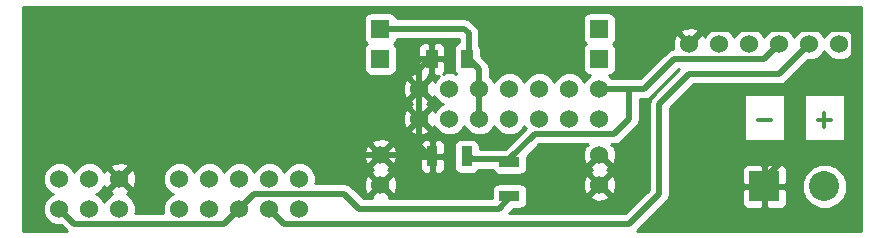
<source format=gtl>
G04 #@! TF.FileFunction,Copper,L1,Top,Signal*
%FSLAX46Y46*%
G04 Gerber Fmt 4.6, Leading zero omitted, Abs format (unit mm)*
G04 Created by KiCad (PCBNEW no-vcs-found-product) date Wed 28 Oct 2015 12:10:27 PM EDT*
%MOMM*%
G01*
G04 APERTURE LIST*
%ADD10C,0.150000*%
%ADD11C,0.300000*%
%ADD12C,1.524000*%
%ADD13R,1.000000X1.600000*%
%ADD14R,2.540000X2.540000*%
%ADD15C,2.540000*%
%ADD16R,1.700000X0.900000*%
%ADD17R,0.900000X1.700000*%
%ADD18R,1.524000X1.524000*%
%ADD19C,0.500000*%
%ADD20C,0.254000*%
G04 APERTURE END LIST*
D10*
D11*
X33718572Y-107143D02*
X34861429Y-107143D01*
X34290000Y-678571D02*
X34290000Y464286D01*
X28638572Y-107143D02*
X29781429Y-107143D01*
D12*
X33020000Y6350000D03*
X30480000Y6350000D03*
X5080000Y2540000D03*
X0Y2540000D03*
X0Y0D03*
X2540000Y0D03*
X2540000Y2540000D03*
X5080000Y0D03*
X12700000Y2540000D03*
X12700000Y0D03*
X15240000Y0D03*
X15240000Y2540000D03*
X7620000Y2540000D03*
X10160000Y2540000D03*
X7620000Y0D03*
X10160000Y0D03*
X22860000Y6350000D03*
X25400000Y6350000D03*
X27940000Y6350000D03*
X35560000Y6350000D03*
D13*
X1040000Y5080000D03*
X4040000Y5080000D03*
D12*
X-15240000Y-7620000D03*
X-12700000Y-7620000D03*
X-17780000Y-7620000D03*
X-17780000Y-5080000D03*
X-15240000Y-5080000D03*
X-12700000Y-5080000D03*
X-10160000Y-5080000D03*
X-10160000Y-7620000D03*
X-20320000Y-7620000D03*
X-20320000Y-5080000D03*
X-25400000Y-7620000D03*
X-25400000Y-5080000D03*
X-27940000Y-5080000D03*
X-27940000Y-7620000D03*
X-30480000Y-7620000D03*
X-30480000Y-5080000D03*
D14*
X29210000Y-5715000D03*
D15*
X34290000Y-5715000D03*
D16*
X7620000Y-6530000D03*
X7620000Y-3630000D03*
D17*
X3990000Y-3175000D03*
X1090000Y-3175000D03*
D18*
X-3302000Y7620000D03*
X-3302000Y5080000D03*
X15240000Y7620000D03*
X15240000Y5080000D03*
D12*
X-3302000Y-5588000D03*
X-3302000Y-3048000D03*
X15240000Y-5588000D03*
X15240000Y-3048000D03*
D19*
X-25400000Y-5080000D02*
X-23368000Y-3048000D01*
X-23368000Y-3048000D02*
X-3302000Y-3048000D01*
X-3302000Y-3048000D02*
X762000Y-3048000D01*
X762000Y-3048000D02*
X889000Y-3175000D01*
X29210000Y-5080000D02*
X31750000Y-2540000D01*
X31750000Y-2540000D02*
X36830000Y-2540000D01*
X36830000Y-2540000D02*
X36830000Y7620000D01*
X36830000Y7620000D02*
X24130000Y7620000D01*
X24130000Y7620000D02*
X22860000Y6350000D01*
X0Y-2286000D02*
X889000Y-3175000D01*
X0Y0D02*
X0Y-2286000D01*
X0Y0D02*
X0Y2540000D01*
X0Y4191000D02*
X889000Y5080000D01*
X0Y2540000D02*
X0Y4191000D01*
X1270000Y5461000D02*
X889000Y5080000D01*
X6731000Y-7620000D02*
X7620000Y-6731000D01*
X-5080000Y-7620000D02*
X6731000Y-7620000D01*
X-6350000Y-6350000D02*
X-5080000Y-7620000D01*
X-13970000Y-6350000D02*
X-6350000Y-6350000D01*
X-15240000Y-7620000D02*
X-13970000Y-6350000D01*
X-16510000Y-8890000D02*
X-29210000Y-8890000D01*
X-29210000Y-8890000D02*
X-30480000Y-7620000D01*
X-15240000Y-7620000D02*
X-16510000Y-8890000D01*
X7620000Y-3429000D02*
X9779000Y-1270000D01*
X17780000Y0D02*
X17780000Y2540000D01*
X16510000Y-1270000D02*
X17780000Y0D01*
X9779000Y-1270000D02*
X16510000Y-1270000D01*
X30480000Y6350000D02*
X29210000Y5080000D01*
X21590000Y5080000D02*
X19050000Y2540000D01*
X29210000Y5080000D02*
X21590000Y5080000D01*
X19050000Y2540000D02*
X17780000Y2540000D01*
X17780000Y2540000D02*
X15240000Y2540000D01*
X4445000Y-3429000D02*
X7620000Y-3429000D01*
X4191000Y-3175000D02*
X4445000Y-3429000D01*
X4191000Y7239000D02*
X4191000Y5080000D01*
X5080000Y4191000D02*
X5080000Y2540000D01*
X4191000Y5080000D02*
X5080000Y4191000D01*
X5080000Y2540000D02*
X5080000Y0D01*
X3810000Y7620000D02*
X4191000Y7239000D01*
X-3302000Y7620000D02*
X3810000Y7620000D01*
X-12700000Y-7620000D02*
X-11430000Y-8890000D01*
X-11430000Y-8890000D02*
X17780000Y-8890000D01*
X17780000Y-8890000D02*
X20320000Y-6350000D01*
X30480000Y3810000D02*
X22860000Y3810000D01*
X20320000Y1270000D02*
X20320000Y-6350000D01*
X22860000Y3810000D02*
X20320000Y1270000D01*
X30480000Y3810000D02*
X33020000Y6350000D01*
D20*
G36*
X37415000Y-9475000D02*
X18446580Y-9475000D01*
X20945787Y-6975792D01*
X20945790Y-6975790D01*
X21137633Y-6688675D01*
X21205000Y-6350000D01*
X21205000Y-6000750D01*
X27305000Y-6000750D01*
X27305000Y-7111310D01*
X27401673Y-7344699D01*
X27580302Y-7523327D01*
X27813691Y-7620000D01*
X28924250Y-7620000D01*
X29083000Y-7461250D01*
X29083000Y-5842000D01*
X29337000Y-5842000D01*
X29337000Y-7461250D01*
X29495750Y-7620000D01*
X30606309Y-7620000D01*
X30839698Y-7523327D01*
X31018327Y-7344699D01*
X31115000Y-7111310D01*
X31115000Y-6092265D01*
X32384670Y-6092265D01*
X32674078Y-6792686D01*
X33209495Y-7329039D01*
X33909410Y-7619668D01*
X34667265Y-7620330D01*
X35367686Y-7330922D01*
X35904039Y-6795505D01*
X36194668Y-6095590D01*
X36195330Y-5337735D01*
X35905922Y-4637314D01*
X35370505Y-4100961D01*
X34670590Y-3810332D01*
X33912735Y-3809670D01*
X33212314Y-4099078D01*
X32675961Y-4634495D01*
X32385332Y-5334410D01*
X32384670Y-6092265D01*
X31115000Y-6092265D01*
X31115000Y-6000750D01*
X30956250Y-5842000D01*
X29337000Y-5842000D01*
X29083000Y-5842000D01*
X27463750Y-5842000D01*
X27305000Y-6000750D01*
X21205000Y-6000750D01*
X21205000Y-4318690D01*
X27305000Y-4318690D01*
X27305000Y-5429250D01*
X27463750Y-5588000D01*
X29083000Y-5588000D01*
X29083000Y-3968750D01*
X29337000Y-3968750D01*
X29337000Y-5588000D01*
X30956250Y-5588000D01*
X31115000Y-5429250D01*
X31115000Y-4318690D01*
X31018327Y-4085301D01*
X30839698Y-3906673D01*
X30606309Y-3810000D01*
X29495750Y-3810000D01*
X29337000Y-3968750D01*
X29083000Y-3968750D01*
X28924250Y-3810000D01*
X27813691Y-3810000D01*
X27580302Y-3906673D01*
X27401673Y-4085301D01*
X27305000Y-4318690D01*
X21205000Y-4318690D01*
X21205000Y903420D01*
X22436579Y2135000D01*
X27496429Y2135000D01*
X27496429Y-1835000D01*
X30923572Y-1835000D01*
X30923572Y2135000D01*
X32576429Y2135000D01*
X32576429Y-1835000D01*
X36003572Y-1835000D01*
X36003572Y2135000D01*
X32576429Y2135000D01*
X30923572Y2135000D01*
X27496429Y2135000D01*
X22436579Y2135000D01*
X23226579Y2925000D01*
X30479995Y2925000D01*
X30480000Y2924999D01*
X30762484Y2981190D01*
X30818675Y2992367D01*
X31105790Y3184210D01*
X32874706Y4953126D01*
X33296661Y4952758D01*
X33810303Y5164990D01*
X34203629Y5557630D01*
X34289949Y5765512D01*
X34374990Y5559697D01*
X34767630Y5166371D01*
X35280900Y4953243D01*
X35836661Y4952758D01*
X36350303Y5164990D01*
X36743629Y5557630D01*
X36956757Y6070900D01*
X36957242Y6626661D01*
X36745010Y7140303D01*
X36352370Y7533629D01*
X35839100Y7746757D01*
X35283339Y7747242D01*
X34769697Y7535010D01*
X34376371Y7142370D01*
X34290051Y6934488D01*
X34205010Y7140303D01*
X33812370Y7533629D01*
X33299100Y7746757D01*
X32743339Y7747242D01*
X32229697Y7535010D01*
X31836371Y7142370D01*
X31750051Y6934488D01*
X31665010Y7140303D01*
X31272370Y7533629D01*
X30759100Y7746757D01*
X30203339Y7747242D01*
X29689697Y7535010D01*
X29296371Y7142370D01*
X29210051Y6934488D01*
X29125010Y7140303D01*
X28732370Y7533629D01*
X28219100Y7746757D01*
X27663339Y7747242D01*
X27149697Y7535010D01*
X26756371Y7142370D01*
X26670051Y6934488D01*
X26585010Y7140303D01*
X26192370Y7533629D01*
X25679100Y7746757D01*
X25123339Y7747242D01*
X24609697Y7535010D01*
X24216371Y7142370D01*
X24136605Y6950273D01*
X24082397Y7081143D01*
X23840213Y7150608D01*
X23039605Y6350000D01*
X23053748Y6335857D01*
X22874143Y6156252D01*
X22860000Y6170395D01*
X22845858Y6156252D01*
X22666253Y6335857D01*
X22680395Y6350000D01*
X21879787Y7150608D01*
X21637603Y7081143D01*
X21450856Y6557698D01*
X21478638Y6002632D01*
X21501516Y5947399D01*
X21251325Y5897633D01*
X20964210Y5705790D01*
X20964208Y5705787D01*
X18683420Y3425000D01*
X16330478Y3425000D01*
X16072167Y3683763D01*
X16237317Y3714838D01*
X16453441Y3853910D01*
X16598431Y4066110D01*
X16649440Y4318000D01*
X16649440Y5842000D01*
X16605162Y6077317D01*
X16466090Y6293441D01*
X16384230Y6349374D01*
X16453441Y6393910D01*
X16598431Y6606110D01*
X16649440Y6858000D01*
X16649440Y7330213D01*
X22059392Y7330213D01*
X22860000Y6529605D01*
X23660608Y7330213D01*
X23591143Y7572397D01*
X23067698Y7759144D01*
X22512632Y7731362D01*
X22128857Y7572397D01*
X22059392Y7330213D01*
X16649440Y7330213D01*
X16649440Y8382000D01*
X16605162Y8617317D01*
X16466090Y8833441D01*
X16253890Y8978431D01*
X16002000Y9029440D01*
X14478000Y9029440D01*
X14242683Y8985162D01*
X14026559Y8846090D01*
X13881569Y8633890D01*
X13830560Y8382000D01*
X13830560Y6858000D01*
X13874838Y6622683D01*
X14013910Y6406559D01*
X14095770Y6350626D01*
X14026559Y6306090D01*
X13881569Y6093890D01*
X13830560Y5842000D01*
X13830560Y4318000D01*
X13874838Y4082683D01*
X14013910Y3866559D01*
X14226110Y3721569D01*
X14409124Y3684508D01*
X14056371Y3332370D01*
X13970051Y3124488D01*
X13885010Y3330303D01*
X13492370Y3723629D01*
X12979100Y3936757D01*
X12423339Y3937242D01*
X11909697Y3725010D01*
X11516371Y3332370D01*
X11430051Y3124488D01*
X11345010Y3330303D01*
X10952370Y3723629D01*
X10439100Y3936757D01*
X9883339Y3937242D01*
X9369697Y3725010D01*
X8976371Y3332370D01*
X8890051Y3124488D01*
X8805010Y3330303D01*
X8412370Y3723629D01*
X7899100Y3936757D01*
X7343339Y3937242D01*
X6829697Y3725010D01*
X6436371Y3332370D01*
X6350051Y3124488D01*
X6265010Y3330303D01*
X5965000Y3630837D01*
X5965000Y4190995D01*
X5965001Y4191000D01*
X5897633Y4529674D01*
X5897633Y4529675D01*
X5705790Y4816790D01*
X5705787Y4816792D01*
X5187440Y5335140D01*
X5187440Y5880000D01*
X5143162Y6115317D01*
X5076000Y6219690D01*
X5076000Y7239000D01*
X5008633Y7577675D01*
X4816790Y7864790D01*
X4816787Y7864792D01*
X4435790Y8245790D01*
X4148675Y8437633D01*
X4092484Y8448810D01*
X3810000Y8505001D01*
X3809995Y8505000D01*
X-1915704Y8505000D01*
X-1936838Y8617317D01*
X-2075910Y8833441D01*
X-2288110Y8978431D01*
X-2540000Y9029440D01*
X-4064000Y9029440D01*
X-4299317Y8985162D01*
X-4515441Y8846090D01*
X-4660431Y8633890D01*
X-4711440Y8382000D01*
X-4711440Y6858000D01*
X-4667162Y6622683D01*
X-4528090Y6406559D01*
X-4446230Y6350626D01*
X-4515441Y6306090D01*
X-4660431Y6093890D01*
X-4711440Y5842000D01*
X-4711440Y4318000D01*
X-4667162Y4082683D01*
X-4528090Y3866559D01*
X-4315890Y3721569D01*
X-4064000Y3670560D01*
X-2540000Y3670560D01*
X-2304683Y3714838D01*
X-2088559Y3853910D01*
X-1943569Y4066110D01*
X-1892560Y4318000D01*
X-1892560Y5842000D01*
X-1923477Y6006310D01*
X-95000Y6006310D01*
X-95000Y5365750D01*
X63750Y5207000D01*
X913000Y5207000D01*
X913000Y6356250D01*
X1167000Y6356250D01*
X1167000Y5207000D01*
X2016250Y5207000D01*
X2175000Y5365750D01*
X2175000Y6006310D01*
X2078327Y6239699D01*
X1899698Y6418327D01*
X1666309Y6515000D01*
X1325750Y6515000D01*
X1167000Y6356250D01*
X913000Y6356250D01*
X754250Y6515000D01*
X413691Y6515000D01*
X180302Y6418327D01*
X1673Y6239699D01*
X-95000Y6006310D01*
X-1923477Y6006310D01*
X-1936838Y6077317D01*
X-2075910Y6293441D01*
X-2157770Y6349374D01*
X-2088559Y6393910D01*
X-1943569Y6606110D01*
X-1917468Y6735000D01*
X3306000Y6735000D01*
X3306000Y6483410D01*
X3304683Y6483162D01*
X3088559Y6344090D01*
X2943569Y6131890D01*
X2892560Y5880000D01*
X2892560Y4280000D01*
X2936838Y4044683D01*
X3074539Y3830690D01*
X2819100Y3936757D01*
X2263339Y3937242D01*
X1976923Y3818898D01*
X2078327Y3920301D01*
X2175000Y4153690D01*
X2175000Y4794250D01*
X2016250Y4953000D01*
X1167000Y4953000D01*
X1167000Y3803750D01*
X1325750Y3645000D01*
X1666309Y3645000D01*
X1671844Y3647293D01*
X1356371Y3332370D01*
X1276605Y3140273D01*
X1222397Y3271143D01*
X980213Y3340608D01*
X179605Y2540000D01*
X980213Y1739392D01*
X1222397Y1808857D01*
X1272509Y1949318D01*
X1354990Y1749697D01*
X1747630Y1356371D01*
X1955512Y1270051D01*
X1749697Y1185010D01*
X1356371Y792370D01*
X1276605Y600273D01*
X1222397Y731143D01*
X980213Y800608D01*
X179605Y0D01*
X980213Y-800608D01*
X1222397Y-731143D01*
X1272509Y-590682D01*
X1354990Y-790303D01*
X1747630Y-1183629D01*
X2260900Y-1396757D01*
X2816661Y-1397242D01*
X3330303Y-1185010D01*
X3723629Y-792370D01*
X3809949Y-584488D01*
X3894990Y-790303D01*
X4287630Y-1183629D01*
X4800900Y-1396757D01*
X5356661Y-1397242D01*
X5870303Y-1185010D01*
X6263629Y-792370D01*
X6349949Y-584488D01*
X6434990Y-790303D01*
X6827630Y-1183629D01*
X7340900Y-1396757D01*
X7896661Y-1397242D01*
X8410303Y-1185010D01*
X8803629Y-792370D01*
X8889949Y-584488D01*
X8974990Y-790303D01*
X8991040Y-806381D01*
X7264860Y-2532560D01*
X6770000Y-2532560D01*
X6709202Y-2544000D01*
X5087440Y-2544000D01*
X5087440Y-2325000D01*
X5043162Y-2089683D01*
X4904090Y-1873559D01*
X4691890Y-1728569D01*
X4440000Y-1677560D01*
X3540000Y-1677560D01*
X3304683Y-1721838D01*
X3088559Y-1860910D01*
X2943569Y-2073110D01*
X2892560Y-2325000D01*
X2892560Y-4025000D01*
X2936838Y-4260317D01*
X3075910Y-4476441D01*
X3288110Y-4621431D01*
X3540000Y-4672440D01*
X4440000Y-4672440D01*
X4675317Y-4628162D01*
X4891441Y-4489090D01*
X5011075Y-4314000D01*
X6166590Y-4314000D01*
X6166838Y-4315317D01*
X6305910Y-4531441D01*
X6518110Y-4676431D01*
X6770000Y-4727440D01*
X8470000Y-4727440D01*
X8705317Y-4683162D01*
X8921441Y-4544090D01*
X9066431Y-4331890D01*
X9117440Y-4080000D01*
X9117440Y-4028213D01*
X14439392Y-4028213D01*
X14508857Y-4270397D01*
X14632344Y-4314453D01*
X14508857Y-4365603D01*
X14439392Y-4607787D01*
X15240000Y-5408395D01*
X16040608Y-4607787D01*
X15971143Y-4365603D01*
X15847656Y-4321547D01*
X15971143Y-4270397D01*
X16040608Y-4028213D01*
X15240000Y-3227605D01*
X14439392Y-4028213D01*
X9117440Y-4028213D01*
X9117440Y-3183140D01*
X10145579Y-2155000D01*
X14167392Y-2155000D01*
X14259785Y-2247393D01*
X14017603Y-2316857D01*
X13830856Y-2840302D01*
X13858638Y-3395368D01*
X14017603Y-3779143D01*
X14259787Y-3848608D01*
X15060395Y-3048000D01*
X15046253Y-3033858D01*
X15225858Y-2854253D01*
X15240000Y-2868395D01*
X15254143Y-2854253D01*
X15433748Y-3033858D01*
X15419605Y-3048000D01*
X16220213Y-3848608D01*
X16462397Y-3779143D01*
X16649144Y-3255698D01*
X16621362Y-2700632D01*
X16462397Y-2316857D01*
X16220215Y-2247393D01*
X16312608Y-2155000D01*
X16509995Y-2155000D01*
X16510000Y-2155001D01*
X16792484Y-2098810D01*
X16848675Y-2087633D01*
X17135790Y-1895790D01*
X18405787Y-625792D01*
X18405790Y-625790D01*
X18597633Y-338675D01*
X18609483Y-279100D01*
X18665001Y0D01*
X18665000Y5D01*
X18665000Y1655000D01*
X19049995Y1655000D01*
X19050000Y1654999D01*
X19332484Y1711190D01*
X19388675Y1722367D01*
X19675790Y1914210D01*
X21956579Y4195000D01*
X21993421Y4195000D01*
X19694210Y1895790D01*
X19502367Y1608675D01*
X19502367Y1608674D01*
X19434999Y1270000D01*
X19435000Y1269995D01*
X19435000Y-5983421D01*
X17413420Y-8005000D01*
X7597580Y-8005000D01*
X7975139Y-7627440D01*
X8470000Y-7627440D01*
X8705317Y-7583162D01*
X8921441Y-7444090D01*
X9066431Y-7231890D01*
X9117440Y-6980000D01*
X9117440Y-6568213D01*
X14439392Y-6568213D01*
X14508857Y-6810397D01*
X15032302Y-6997144D01*
X15587368Y-6969362D01*
X15971143Y-6810397D01*
X16040608Y-6568213D01*
X15240000Y-5767605D01*
X14439392Y-6568213D01*
X9117440Y-6568213D01*
X9117440Y-6080000D01*
X9073162Y-5844683D01*
X8934090Y-5628559D01*
X8721890Y-5483569D01*
X8470000Y-5432560D01*
X6770000Y-5432560D01*
X6534683Y-5476838D01*
X6318559Y-5615910D01*
X6173569Y-5828110D01*
X6122560Y-6080000D01*
X6122560Y-6735000D01*
X-2549231Y-6735000D01*
X-2501392Y-6568213D01*
X-3302000Y-5767605D01*
X-4102608Y-6568213D01*
X-4054769Y-6735000D01*
X-4713421Y-6735000D01*
X-5724210Y-5724210D01*
X-5867363Y-5628559D01*
X-6011325Y-5532367D01*
X-6067516Y-5521190D01*
X-6350000Y-5464999D01*
X-6350005Y-5465000D01*
X-8807216Y-5465000D01*
X-8772047Y-5380302D01*
X-4711144Y-5380302D01*
X-4683362Y-5935368D01*
X-4524397Y-6319143D01*
X-4282213Y-6388608D01*
X-3481605Y-5588000D01*
X-3122395Y-5588000D01*
X-2321787Y-6388608D01*
X-2079603Y-6319143D01*
X-1892856Y-5795698D01*
X-1913647Y-5380302D01*
X13830856Y-5380302D01*
X13858638Y-5935368D01*
X14017603Y-6319143D01*
X14259787Y-6388608D01*
X15060395Y-5588000D01*
X15419605Y-5588000D01*
X16220213Y-6388608D01*
X16462397Y-6319143D01*
X16649144Y-5795698D01*
X16621362Y-5240632D01*
X16462397Y-4856857D01*
X16220213Y-4787392D01*
X15419605Y-5588000D01*
X15060395Y-5588000D01*
X14259787Y-4787392D01*
X14017603Y-4856857D01*
X13830856Y-5380302D01*
X-1913647Y-5380302D01*
X-1920638Y-5240632D01*
X-2079603Y-4856857D01*
X-2321787Y-4787392D01*
X-3122395Y-5588000D01*
X-3481605Y-5588000D01*
X-4282213Y-4787392D01*
X-4524397Y-4856857D01*
X-4711144Y-5380302D01*
X-8772047Y-5380302D01*
X-8763243Y-5359100D01*
X-8762758Y-4803339D01*
X-8974990Y-4289697D01*
X-9236017Y-4028213D01*
X-4102608Y-4028213D01*
X-4033143Y-4270397D01*
X-3909656Y-4314453D01*
X-4033143Y-4365603D01*
X-4102608Y-4607787D01*
X-3302000Y-5408395D01*
X-2501392Y-4607787D01*
X-2570857Y-4365603D01*
X-2694344Y-4321547D01*
X-2570857Y-4270397D01*
X-2501392Y-4028213D01*
X-3302000Y-3227605D01*
X-4102608Y-4028213D01*
X-9236017Y-4028213D01*
X-9367630Y-3896371D01*
X-9880900Y-3683243D01*
X-10436661Y-3682758D01*
X-10950303Y-3894990D01*
X-11343629Y-4287630D01*
X-11429949Y-4495512D01*
X-11514990Y-4289697D01*
X-11907630Y-3896371D01*
X-12420900Y-3683243D01*
X-12976661Y-3682758D01*
X-13490303Y-3894990D01*
X-13883629Y-4287630D01*
X-13969949Y-4495512D01*
X-14054990Y-4289697D01*
X-14447630Y-3896371D01*
X-14960900Y-3683243D01*
X-15516661Y-3682758D01*
X-16030303Y-3894990D01*
X-16423629Y-4287630D01*
X-16509949Y-4495512D01*
X-16594990Y-4289697D01*
X-16987630Y-3896371D01*
X-17500900Y-3683243D01*
X-18056661Y-3682758D01*
X-18570303Y-3894990D01*
X-18963629Y-4287630D01*
X-19049949Y-4495512D01*
X-19134990Y-4289697D01*
X-19527630Y-3896371D01*
X-20040900Y-3683243D01*
X-20596661Y-3682758D01*
X-21110303Y-3894990D01*
X-21503629Y-4287630D01*
X-21716757Y-4800900D01*
X-21717242Y-5356661D01*
X-21505010Y-5870303D01*
X-21112370Y-6263629D01*
X-20904488Y-6349949D01*
X-21110303Y-6434990D01*
X-21503629Y-6827630D01*
X-21716757Y-7340900D01*
X-21717242Y-7896661D01*
X-21672477Y-8005000D01*
X-24047216Y-8005000D01*
X-24003243Y-7899100D01*
X-24002758Y-7343339D01*
X-24214990Y-6829697D01*
X-24607630Y-6436371D01*
X-24799727Y-6356605D01*
X-24668857Y-6302397D01*
X-24599392Y-6060213D01*
X-25400000Y-5259605D01*
X-26200608Y-6060213D01*
X-26131143Y-6302397D01*
X-25990682Y-6352509D01*
X-26190303Y-6434990D01*
X-26583629Y-6827630D01*
X-26669949Y-7035512D01*
X-26754990Y-6829697D01*
X-27147630Y-6436371D01*
X-27355512Y-6350051D01*
X-27149697Y-6265010D01*
X-26756371Y-5872370D01*
X-26676605Y-5680273D01*
X-26622397Y-5811143D01*
X-26380213Y-5880608D01*
X-25579605Y-5080000D01*
X-25220395Y-5080000D01*
X-24419787Y-5880608D01*
X-24177603Y-5811143D01*
X-23990856Y-5287698D01*
X-24018638Y-4732632D01*
X-24177603Y-4348857D01*
X-24419787Y-4279392D01*
X-25220395Y-5080000D01*
X-25579605Y-5080000D01*
X-26380213Y-4279392D01*
X-26622397Y-4348857D01*
X-26672509Y-4489318D01*
X-26754990Y-4289697D01*
X-26944568Y-4099787D01*
X-26200608Y-4099787D01*
X-25400000Y-4900395D01*
X-24599392Y-4099787D01*
X-24668857Y-3857603D01*
X-25192302Y-3670856D01*
X-25747368Y-3698638D01*
X-26131143Y-3857603D01*
X-26200608Y-4099787D01*
X-26944568Y-4099787D01*
X-27147630Y-3896371D01*
X-27660900Y-3683243D01*
X-28216661Y-3682758D01*
X-28730303Y-3894990D01*
X-29123629Y-4287630D01*
X-29209949Y-4495512D01*
X-29294990Y-4289697D01*
X-29687630Y-3896371D01*
X-30200900Y-3683243D01*
X-30756661Y-3682758D01*
X-31270303Y-3894990D01*
X-31663629Y-4287630D01*
X-31876757Y-4800900D01*
X-31877242Y-5356661D01*
X-31665010Y-5870303D01*
X-31272370Y-6263629D01*
X-31064488Y-6349949D01*
X-31270303Y-6434990D01*
X-31663629Y-6827630D01*
X-31876757Y-7340900D01*
X-31877242Y-7896661D01*
X-31665010Y-8410303D01*
X-31272370Y-8803629D01*
X-30759100Y-9016757D01*
X-30334452Y-9017128D01*
X-29876579Y-9475000D01*
X-33605000Y-9475000D01*
X-33605000Y-2840302D01*
X-4711144Y-2840302D01*
X-4683362Y-3395368D01*
X-4524397Y-3779143D01*
X-4282213Y-3848608D01*
X-3481605Y-3048000D01*
X-3122395Y-3048000D01*
X-2321787Y-3848608D01*
X-2079603Y-3779143D01*
X-1966012Y-3460750D01*
X5000Y-3460750D01*
X5000Y-4151310D01*
X101673Y-4384699D01*
X280302Y-4563327D01*
X513691Y-4660000D01*
X804250Y-4660000D01*
X963000Y-4501250D01*
X963000Y-3302000D01*
X1217000Y-3302000D01*
X1217000Y-4501250D01*
X1375750Y-4660000D01*
X1666309Y-4660000D01*
X1899698Y-4563327D01*
X2078327Y-4384699D01*
X2175000Y-4151310D01*
X2175000Y-3460750D01*
X2016250Y-3302000D01*
X1217000Y-3302000D01*
X963000Y-3302000D01*
X163750Y-3302000D01*
X5000Y-3460750D01*
X-1966012Y-3460750D01*
X-1892856Y-3255698D01*
X-1920638Y-2700632D01*
X-2079603Y-2316857D01*
X-2321787Y-2247392D01*
X-3122395Y-3048000D01*
X-3481605Y-3048000D01*
X-4282213Y-2247392D01*
X-4524397Y-2316857D01*
X-4711144Y-2840302D01*
X-33605000Y-2840302D01*
X-33605000Y-2067787D01*
X-4102608Y-2067787D01*
X-3302000Y-2868395D01*
X-2632295Y-2198690D01*
X5000Y-2198690D01*
X5000Y-2889250D01*
X163750Y-3048000D01*
X963000Y-3048000D01*
X963000Y-1848750D01*
X1217000Y-1848750D01*
X1217000Y-3048000D01*
X2016250Y-3048000D01*
X2175000Y-2889250D01*
X2175000Y-2198690D01*
X2078327Y-1965301D01*
X1899698Y-1786673D01*
X1666309Y-1690000D01*
X1375750Y-1690000D01*
X1217000Y-1848750D01*
X963000Y-1848750D01*
X804250Y-1690000D01*
X513691Y-1690000D01*
X280302Y-1786673D01*
X101673Y-1965301D01*
X5000Y-2198690D01*
X-2632295Y-2198690D01*
X-2501392Y-2067787D01*
X-2570857Y-1825603D01*
X-3094302Y-1638856D01*
X-3649368Y-1666638D01*
X-4033143Y-1825603D01*
X-4102608Y-2067787D01*
X-33605000Y-2067787D01*
X-33605000Y-980213D01*
X-800608Y-980213D01*
X-731143Y-1222397D01*
X-207698Y-1409144D01*
X347368Y-1381362D01*
X731143Y-1222397D01*
X800608Y-980213D01*
X0Y-179605D01*
X-800608Y-980213D01*
X-33605000Y-980213D01*
X-33605000Y207698D01*
X-1409144Y207698D01*
X-1381362Y-347368D01*
X-1222397Y-731143D01*
X-980213Y-800608D01*
X-179605Y0D01*
X-980213Y800608D01*
X-1222397Y731143D01*
X-1409144Y207698D01*
X-33605000Y207698D01*
X-33605000Y1559787D01*
X-800608Y1559787D01*
X-731143Y1317603D01*
X-607656Y1273547D01*
X-731143Y1222397D01*
X-800608Y980213D01*
X0Y179605D01*
X800608Y980213D01*
X731143Y1222397D01*
X607656Y1266453D01*
X731143Y1317603D01*
X800608Y1559787D01*
X0Y2360395D01*
X-800608Y1559787D01*
X-33605000Y1559787D01*
X-33605000Y2747698D01*
X-1409144Y2747698D01*
X-1381362Y2192632D01*
X-1222397Y1808857D01*
X-980213Y1739392D01*
X-179605Y2540000D01*
X-980213Y3340608D01*
X-1222397Y3271143D01*
X-1409144Y2747698D01*
X-33605000Y2747698D01*
X-33605000Y3520213D01*
X-800608Y3520213D01*
X0Y2719605D01*
X800608Y3520213D01*
X762461Y3653211D01*
X913000Y3803750D01*
X913000Y4953000D01*
X63750Y4953000D01*
X-95000Y4794250D01*
X-95000Y4153690D01*
X-5847Y3938456D01*
X-347368Y3921362D01*
X-731143Y3762397D01*
X-800608Y3520213D01*
X-33605000Y3520213D01*
X-33605000Y9475000D01*
X37415000Y9475000D01*
X37415000Y-9475000D01*
X37415000Y-9475000D01*
G37*
X37415000Y-9475000D02*
X18446580Y-9475000D01*
X20945787Y-6975792D01*
X20945790Y-6975790D01*
X21137633Y-6688675D01*
X21205000Y-6350000D01*
X21205000Y-6000750D01*
X27305000Y-6000750D01*
X27305000Y-7111310D01*
X27401673Y-7344699D01*
X27580302Y-7523327D01*
X27813691Y-7620000D01*
X28924250Y-7620000D01*
X29083000Y-7461250D01*
X29083000Y-5842000D01*
X29337000Y-5842000D01*
X29337000Y-7461250D01*
X29495750Y-7620000D01*
X30606309Y-7620000D01*
X30839698Y-7523327D01*
X31018327Y-7344699D01*
X31115000Y-7111310D01*
X31115000Y-6092265D01*
X32384670Y-6092265D01*
X32674078Y-6792686D01*
X33209495Y-7329039D01*
X33909410Y-7619668D01*
X34667265Y-7620330D01*
X35367686Y-7330922D01*
X35904039Y-6795505D01*
X36194668Y-6095590D01*
X36195330Y-5337735D01*
X35905922Y-4637314D01*
X35370505Y-4100961D01*
X34670590Y-3810332D01*
X33912735Y-3809670D01*
X33212314Y-4099078D01*
X32675961Y-4634495D01*
X32385332Y-5334410D01*
X32384670Y-6092265D01*
X31115000Y-6092265D01*
X31115000Y-6000750D01*
X30956250Y-5842000D01*
X29337000Y-5842000D01*
X29083000Y-5842000D01*
X27463750Y-5842000D01*
X27305000Y-6000750D01*
X21205000Y-6000750D01*
X21205000Y-4318690D01*
X27305000Y-4318690D01*
X27305000Y-5429250D01*
X27463750Y-5588000D01*
X29083000Y-5588000D01*
X29083000Y-3968750D01*
X29337000Y-3968750D01*
X29337000Y-5588000D01*
X30956250Y-5588000D01*
X31115000Y-5429250D01*
X31115000Y-4318690D01*
X31018327Y-4085301D01*
X30839698Y-3906673D01*
X30606309Y-3810000D01*
X29495750Y-3810000D01*
X29337000Y-3968750D01*
X29083000Y-3968750D01*
X28924250Y-3810000D01*
X27813691Y-3810000D01*
X27580302Y-3906673D01*
X27401673Y-4085301D01*
X27305000Y-4318690D01*
X21205000Y-4318690D01*
X21205000Y903420D01*
X22436579Y2135000D01*
X27496429Y2135000D01*
X27496429Y-1835000D01*
X30923572Y-1835000D01*
X30923572Y2135000D01*
X32576429Y2135000D01*
X32576429Y-1835000D01*
X36003572Y-1835000D01*
X36003572Y2135000D01*
X32576429Y2135000D01*
X30923572Y2135000D01*
X27496429Y2135000D01*
X22436579Y2135000D01*
X23226579Y2925000D01*
X30479995Y2925000D01*
X30480000Y2924999D01*
X30762484Y2981190D01*
X30818675Y2992367D01*
X31105790Y3184210D01*
X32874706Y4953126D01*
X33296661Y4952758D01*
X33810303Y5164990D01*
X34203629Y5557630D01*
X34289949Y5765512D01*
X34374990Y5559697D01*
X34767630Y5166371D01*
X35280900Y4953243D01*
X35836661Y4952758D01*
X36350303Y5164990D01*
X36743629Y5557630D01*
X36956757Y6070900D01*
X36957242Y6626661D01*
X36745010Y7140303D01*
X36352370Y7533629D01*
X35839100Y7746757D01*
X35283339Y7747242D01*
X34769697Y7535010D01*
X34376371Y7142370D01*
X34290051Y6934488D01*
X34205010Y7140303D01*
X33812370Y7533629D01*
X33299100Y7746757D01*
X32743339Y7747242D01*
X32229697Y7535010D01*
X31836371Y7142370D01*
X31750051Y6934488D01*
X31665010Y7140303D01*
X31272370Y7533629D01*
X30759100Y7746757D01*
X30203339Y7747242D01*
X29689697Y7535010D01*
X29296371Y7142370D01*
X29210051Y6934488D01*
X29125010Y7140303D01*
X28732370Y7533629D01*
X28219100Y7746757D01*
X27663339Y7747242D01*
X27149697Y7535010D01*
X26756371Y7142370D01*
X26670051Y6934488D01*
X26585010Y7140303D01*
X26192370Y7533629D01*
X25679100Y7746757D01*
X25123339Y7747242D01*
X24609697Y7535010D01*
X24216371Y7142370D01*
X24136605Y6950273D01*
X24082397Y7081143D01*
X23840213Y7150608D01*
X23039605Y6350000D01*
X23053748Y6335857D01*
X22874143Y6156252D01*
X22860000Y6170395D01*
X22845858Y6156252D01*
X22666253Y6335857D01*
X22680395Y6350000D01*
X21879787Y7150608D01*
X21637603Y7081143D01*
X21450856Y6557698D01*
X21478638Y6002632D01*
X21501516Y5947399D01*
X21251325Y5897633D01*
X20964210Y5705790D01*
X20964208Y5705787D01*
X18683420Y3425000D01*
X16330478Y3425000D01*
X16072167Y3683763D01*
X16237317Y3714838D01*
X16453441Y3853910D01*
X16598431Y4066110D01*
X16649440Y4318000D01*
X16649440Y5842000D01*
X16605162Y6077317D01*
X16466090Y6293441D01*
X16384230Y6349374D01*
X16453441Y6393910D01*
X16598431Y6606110D01*
X16649440Y6858000D01*
X16649440Y7330213D01*
X22059392Y7330213D01*
X22860000Y6529605D01*
X23660608Y7330213D01*
X23591143Y7572397D01*
X23067698Y7759144D01*
X22512632Y7731362D01*
X22128857Y7572397D01*
X22059392Y7330213D01*
X16649440Y7330213D01*
X16649440Y8382000D01*
X16605162Y8617317D01*
X16466090Y8833441D01*
X16253890Y8978431D01*
X16002000Y9029440D01*
X14478000Y9029440D01*
X14242683Y8985162D01*
X14026559Y8846090D01*
X13881569Y8633890D01*
X13830560Y8382000D01*
X13830560Y6858000D01*
X13874838Y6622683D01*
X14013910Y6406559D01*
X14095770Y6350626D01*
X14026559Y6306090D01*
X13881569Y6093890D01*
X13830560Y5842000D01*
X13830560Y4318000D01*
X13874838Y4082683D01*
X14013910Y3866559D01*
X14226110Y3721569D01*
X14409124Y3684508D01*
X14056371Y3332370D01*
X13970051Y3124488D01*
X13885010Y3330303D01*
X13492370Y3723629D01*
X12979100Y3936757D01*
X12423339Y3937242D01*
X11909697Y3725010D01*
X11516371Y3332370D01*
X11430051Y3124488D01*
X11345010Y3330303D01*
X10952370Y3723629D01*
X10439100Y3936757D01*
X9883339Y3937242D01*
X9369697Y3725010D01*
X8976371Y3332370D01*
X8890051Y3124488D01*
X8805010Y3330303D01*
X8412370Y3723629D01*
X7899100Y3936757D01*
X7343339Y3937242D01*
X6829697Y3725010D01*
X6436371Y3332370D01*
X6350051Y3124488D01*
X6265010Y3330303D01*
X5965000Y3630837D01*
X5965000Y4190995D01*
X5965001Y4191000D01*
X5897633Y4529674D01*
X5897633Y4529675D01*
X5705790Y4816790D01*
X5705787Y4816792D01*
X5187440Y5335140D01*
X5187440Y5880000D01*
X5143162Y6115317D01*
X5076000Y6219690D01*
X5076000Y7239000D01*
X5008633Y7577675D01*
X4816790Y7864790D01*
X4816787Y7864792D01*
X4435790Y8245790D01*
X4148675Y8437633D01*
X4092484Y8448810D01*
X3810000Y8505001D01*
X3809995Y8505000D01*
X-1915704Y8505000D01*
X-1936838Y8617317D01*
X-2075910Y8833441D01*
X-2288110Y8978431D01*
X-2540000Y9029440D01*
X-4064000Y9029440D01*
X-4299317Y8985162D01*
X-4515441Y8846090D01*
X-4660431Y8633890D01*
X-4711440Y8382000D01*
X-4711440Y6858000D01*
X-4667162Y6622683D01*
X-4528090Y6406559D01*
X-4446230Y6350626D01*
X-4515441Y6306090D01*
X-4660431Y6093890D01*
X-4711440Y5842000D01*
X-4711440Y4318000D01*
X-4667162Y4082683D01*
X-4528090Y3866559D01*
X-4315890Y3721569D01*
X-4064000Y3670560D01*
X-2540000Y3670560D01*
X-2304683Y3714838D01*
X-2088559Y3853910D01*
X-1943569Y4066110D01*
X-1892560Y4318000D01*
X-1892560Y5842000D01*
X-1923477Y6006310D01*
X-95000Y6006310D01*
X-95000Y5365750D01*
X63750Y5207000D01*
X913000Y5207000D01*
X913000Y6356250D01*
X1167000Y6356250D01*
X1167000Y5207000D01*
X2016250Y5207000D01*
X2175000Y5365750D01*
X2175000Y6006310D01*
X2078327Y6239699D01*
X1899698Y6418327D01*
X1666309Y6515000D01*
X1325750Y6515000D01*
X1167000Y6356250D01*
X913000Y6356250D01*
X754250Y6515000D01*
X413691Y6515000D01*
X180302Y6418327D01*
X1673Y6239699D01*
X-95000Y6006310D01*
X-1923477Y6006310D01*
X-1936838Y6077317D01*
X-2075910Y6293441D01*
X-2157770Y6349374D01*
X-2088559Y6393910D01*
X-1943569Y6606110D01*
X-1917468Y6735000D01*
X3306000Y6735000D01*
X3306000Y6483410D01*
X3304683Y6483162D01*
X3088559Y6344090D01*
X2943569Y6131890D01*
X2892560Y5880000D01*
X2892560Y4280000D01*
X2936838Y4044683D01*
X3074539Y3830690D01*
X2819100Y3936757D01*
X2263339Y3937242D01*
X1976923Y3818898D01*
X2078327Y3920301D01*
X2175000Y4153690D01*
X2175000Y4794250D01*
X2016250Y4953000D01*
X1167000Y4953000D01*
X1167000Y3803750D01*
X1325750Y3645000D01*
X1666309Y3645000D01*
X1671844Y3647293D01*
X1356371Y3332370D01*
X1276605Y3140273D01*
X1222397Y3271143D01*
X980213Y3340608D01*
X179605Y2540000D01*
X980213Y1739392D01*
X1222397Y1808857D01*
X1272509Y1949318D01*
X1354990Y1749697D01*
X1747630Y1356371D01*
X1955512Y1270051D01*
X1749697Y1185010D01*
X1356371Y792370D01*
X1276605Y600273D01*
X1222397Y731143D01*
X980213Y800608D01*
X179605Y0D01*
X980213Y-800608D01*
X1222397Y-731143D01*
X1272509Y-590682D01*
X1354990Y-790303D01*
X1747630Y-1183629D01*
X2260900Y-1396757D01*
X2816661Y-1397242D01*
X3330303Y-1185010D01*
X3723629Y-792370D01*
X3809949Y-584488D01*
X3894990Y-790303D01*
X4287630Y-1183629D01*
X4800900Y-1396757D01*
X5356661Y-1397242D01*
X5870303Y-1185010D01*
X6263629Y-792370D01*
X6349949Y-584488D01*
X6434990Y-790303D01*
X6827630Y-1183629D01*
X7340900Y-1396757D01*
X7896661Y-1397242D01*
X8410303Y-1185010D01*
X8803629Y-792370D01*
X8889949Y-584488D01*
X8974990Y-790303D01*
X8991040Y-806381D01*
X7264860Y-2532560D01*
X6770000Y-2532560D01*
X6709202Y-2544000D01*
X5087440Y-2544000D01*
X5087440Y-2325000D01*
X5043162Y-2089683D01*
X4904090Y-1873559D01*
X4691890Y-1728569D01*
X4440000Y-1677560D01*
X3540000Y-1677560D01*
X3304683Y-1721838D01*
X3088559Y-1860910D01*
X2943569Y-2073110D01*
X2892560Y-2325000D01*
X2892560Y-4025000D01*
X2936838Y-4260317D01*
X3075910Y-4476441D01*
X3288110Y-4621431D01*
X3540000Y-4672440D01*
X4440000Y-4672440D01*
X4675317Y-4628162D01*
X4891441Y-4489090D01*
X5011075Y-4314000D01*
X6166590Y-4314000D01*
X6166838Y-4315317D01*
X6305910Y-4531441D01*
X6518110Y-4676431D01*
X6770000Y-4727440D01*
X8470000Y-4727440D01*
X8705317Y-4683162D01*
X8921441Y-4544090D01*
X9066431Y-4331890D01*
X9117440Y-4080000D01*
X9117440Y-4028213D01*
X14439392Y-4028213D01*
X14508857Y-4270397D01*
X14632344Y-4314453D01*
X14508857Y-4365603D01*
X14439392Y-4607787D01*
X15240000Y-5408395D01*
X16040608Y-4607787D01*
X15971143Y-4365603D01*
X15847656Y-4321547D01*
X15971143Y-4270397D01*
X16040608Y-4028213D01*
X15240000Y-3227605D01*
X14439392Y-4028213D01*
X9117440Y-4028213D01*
X9117440Y-3183140D01*
X10145579Y-2155000D01*
X14167392Y-2155000D01*
X14259785Y-2247393D01*
X14017603Y-2316857D01*
X13830856Y-2840302D01*
X13858638Y-3395368D01*
X14017603Y-3779143D01*
X14259787Y-3848608D01*
X15060395Y-3048000D01*
X15046253Y-3033858D01*
X15225858Y-2854253D01*
X15240000Y-2868395D01*
X15254143Y-2854253D01*
X15433748Y-3033858D01*
X15419605Y-3048000D01*
X16220213Y-3848608D01*
X16462397Y-3779143D01*
X16649144Y-3255698D01*
X16621362Y-2700632D01*
X16462397Y-2316857D01*
X16220215Y-2247393D01*
X16312608Y-2155000D01*
X16509995Y-2155000D01*
X16510000Y-2155001D01*
X16792484Y-2098810D01*
X16848675Y-2087633D01*
X17135790Y-1895790D01*
X18405787Y-625792D01*
X18405790Y-625790D01*
X18597633Y-338675D01*
X18609483Y-279100D01*
X18665001Y0D01*
X18665000Y5D01*
X18665000Y1655000D01*
X19049995Y1655000D01*
X19050000Y1654999D01*
X19332484Y1711190D01*
X19388675Y1722367D01*
X19675790Y1914210D01*
X21956579Y4195000D01*
X21993421Y4195000D01*
X19694210Y1895790D01*
X19502367Y1608675D01*
X19502367Y1608674D01*
X19434999Y1270000D01*
X19435000Y1269995D01*
X19435000Y-5983421D01*
X17413420Y-8005000D01*
X7597580Y-8005000D01*
X7975139Y-7627440D01*
X8470000Y-7627440D01*
X8705317Y-7583162D01*
X8921441Y-7444090D01*
X9066431Y-7231890D01*
X9117440Y-6980000D01*
X9117440Y-6568213D01*
X14439392Y-6568213D01*
X14508857Y-6810397D01*
X15032302Y-6997144D01*
X15587368Y-6969362D01*
X15971143Y-6810397D01*
X16040608Y-6568213D01*
X15240000Y-5767605D01*
X14439392Y-6568213D01*
X9117440Y-6568213D01*
X9117440Y-6080000D01*
X9073162Y-5844683D01*
X8934090Y-5628559D01*
X8721890Y-5483569D01*
X8470000Y-5432560D01*
X6770000Y-5432560D01*
X6534683Y-5476838D01*
X6318559Y-5615910D01*
X6173569Y-5828110D01*
X6122560Y-6080000D01*
X6122560Y-6735000D01*
X-2549231Y-6735000D01*
X-2501392Y-6568213D01*
X-3302000Y-5767605D01*
X-4102608Y-6568213D01*
X-4054769Y-6735000D01*
X-4713421Y-6735000D01*
X-5724210Y-5724210D01*
X-5867363Y-5628559D01*
X-6011325Y-5532367D01*
X-6067516Y-5521190D01*
X-6350000Y-5464999D01*
X-6350005Y-5465000D01*
X-8807216Y-5465000D01*
X-8772047Y-5380302D01*
X-4711144Y-5380302D01*
X-4683362Y-5935368D01*
X-4524397Y-6319143D01*
X-4282213Y-6388608D01*
X-3481605Y-5588000D01*
X-3122395Y-5588000D01*
X-2321787Y-6388608D01*
X-2079603Y-6319143D01*
X-1892856Y-5795698D01*
X-1913647Y-5380302D01*
X13830856Y-5380302D01*
X13858638Y-5935368D01*
X14017603Y-6319143D01*
X14259787Y-6388608D01*
X15060395Y-5588000D01*
X15419605Y-5588000D01*
X16220213Y-6388608D01*
X16462397Y-6319143D01*
X16649144Y-5795698D01*
X16621362Y-5240632D01*
X16462397Y-4856857D01*
X16220213Y-4787392D01*
X15419605Y-5588000D01*
X15060395Y-5588000D01*
X14259787Y-4787392D01*
X14017603Y-4856857D01*
X13830856Y-5380302D01*
X-1913647Y-5380302D01*
X-1920638Y-5240632D01*
X-2079603Y-4856857D01*
X-2321787Y-4787392D01*
X-3122395Y-5588000D01*
X-3481605Y-5588000D01*
X-4282213Y-4787392D01*
X-4524397Y-4856857D01*
X-4711144Y-5380302D01*
X-8772047Y-5380302D01*
X-8763243Y-5359100D01*
X-8762758Y-4803339D01*
X-8974990Y-4289697D01*
X-9236017Y-4028213D01*
X-4102608Y-4028213D01*
X-4033143Y-4270397D01*
X-3909656Y-4314453D01*
X-4033143Y-4365603D01*
X-4102608Y-4607787D01*
X-3302000Y-5408395D01*
X-2501392Y-4607787D01*
X-2570857Y-4365603D01*
X-2694344Y-4321547D01*
X-2570857Y-4270397D01*
X-2501392Y-4028213D01*
X-3302000Y-3227605D01*
X-4102608Y-4028213D01*
X-9236017Y-4028213D01*
X-9367630Y-3896371D01*
X-9880900Y-3683243D01*
X-10436661Y-3682758D01*
X-10950303Y-3894990D01*
X-11343629Y-4287630D01*
X-11429949Y-4495512D01*
X-11514990Y-4289697D01*
X-11907630Y-3896371D01*
X-12420900Y-3683243D01*
X-12976661Y-3682758D01*
X-13490303Y-3894990D01*
X-13883629Y-4287630D01*
X-13969949Y-4495512D01*
X-14054990Y-4289697D01*
X-14447630Y-3896371D01*
X-14960900Y-3683243D01*
X-15516661Y-3682758D01*
X-16030303Y-3894990D01*
X-16423629Y-4287630D01*
X-16509949Y-4495512D01*
X-16594990Y-4289697D01*
X-16987630Y-3896371D01*
X-17500900Y-3683243D01*
X-18056661Y-3682758D01*
X-18570303Y-3894990D01*
X-18963629Y-4287630D01*
X-19049949Y-4495512D01*
X-19134990Y-4289697D01*
X-19527630Y-3896371D01*
X-20040900Y-3683243D01*
X-20596661Y-3682758D01*
X-21110303Y-3894990D01*
X-21503629Y-4287630D01*
X-21716757Y-4800900D01*
X-21717242Y-5356661D01*
X-21505010Y-5870303D01*
X-21112370Y-6263629D01*
X-20904488Y-6349949D01*
X-21110303Y-6434990D01*
X-21503629Y-6827630D01*
X-21716757Y-7340900D01*
X-21717242Y-7896661D01*
X-21672477Y-8005000D01*
X-24047216Y-8005000D01*
X-24003243Y-7899100D01*
X-24002758Y-7343339D01*
X-24214990Y-6829697D01*
X-24607630Y-6436371D01*
X-24799727Y-6356605D01*
X-24668857Y-6302397D01*
X-24599392Y-6060213D01*
X-25400000Y-5259605D01*
X-26200608Y-6060213D01*
X-26131143Y-6302397D01*
X-25990682Y-6352509D01*
X-26190303Y-6434990D01*
X-26583629Y-6827630D01*
X-26669949Y-7035512D01*
X-26754990Y-6829697D01*
X-27147630Y-6436371D01*
X-27355512Y-6350051D01*
X-27149697Y-6265010D01*
X-26756371Y-5872370D01*
X-26676605Y-5680273D01*
X-26622397Y-5811143D01*
X-26380213Y-5880608D01*
X-25579605Y-5080000D01*
X-25220395Y-5080000D01*
X-24419787Y-5880608D01*
X-24177603Y-5811143D01*
X-23990856Y-5287698D01*
X-24018638Y-4732632D01*
X-24177603Y-4348857D01*
X-24419787Y-4279392D01*
X-25220395Y-5080000D01*
X-25579605Y-5080000D01*
X-26380213Y-4279392D01*
X-26622397Y-4348857D01*
X-26672509Y-4489318D01*
X-26754990Y-4289697D01*
X-26944568Y-4099787D01*
X-26200608Y-4099787D01*
X-25400000Y-4900395D01*
X-24599392Y-4099787D01*
X-24668857Y-3857603D01*
X-25192302Y-3670856D01*
X-25747368Y-3698638D01*
X-26131143Y-3857603D01*
X-26200608Y-4099787D01*
X-26944568Y-4099787D01*
X-27147630Y-3896371D01*
X-27660900Y-3683243D01*
X-28216661Y-3682758D01*
X-28730303Y-3894990D01*
X-29123629Y-4287630D01*
X-29209949Y-4495512D01*
X-29294990Y-4289697D01*
X-29687630Y-3896371D01*
X-30200900Y-3683243D01*
X-30756661Y-3682758D01*
X-31270303Y-3894990D01*
X-31663629Y-4287630D01*
X-31876757Y-4800900D01*
X-31877242Y-5356661D01*
X-31665010Y-5870303D01*
X-31272370Y-6263629D01*
X-31064488Y-6349949D01*
X-31270303Y-6434990D01*
X-31663629Y-6827630D01*
X-31876757Y-7340900D01*
X-31877242Y-7896661D01*
X-31665010Y-8410303D01*
X-31272370Y-8803629D01*
X-30759100Y-9016757D01*
X-30334452Y-9017128D01*
X-29876579Y-9475000D01*
X-33605000Y-9475000D01*
X-33605000Y-2840302D01*
X-4711144Y-2840302D01*
X-4683362Y-3395368D01*
X-4524397Y-3779143D01*
X-4282213Y-3848608D01*
X-3481605Y-3048000D01*
X-3122395Y-3048000D01*
X-2321787Y-3848608D01*
X-2079603Y-3779143D01*
X-1966012Y-3460750D01*
X5000Y-3460750D01*
X5000Y-4151310D01*
X101673Y-4384699D01*
X280302Y-4563327D01*
X513691Y-4660000D01*
X804250Y-4660000D01*
X963000Y-4501250D01*
X963000Y-3302000D01*
X1217000Y-3302000D01*
X1217000Y-4501250D01*
X1375750Y-4660000D01*
X1666309Y-4660000D01*
X1899698Y-4563327D01*
X2078327Y-4384699D01*
X2175000Y-4151310D01*
X2175000Y-3460750D01*
X2016250Y-3302000D01*
X1217000Y-3302000D01*
X963000Y-3302000D01*
X163750Y-3302000D01*
X5000Y-3460750D01*
X-1966012Y-3460750D01*
X-1892856Y-3255698D01*
X-1920638Y-2700632D01*
X-2079603Y-2316857D01*
X-2321787Y-2247392D01*
X-3122395Y-3048000D01*
X-3481605Y-3048000D01*
X-4282213Y-2247392D01*
X-4524397Y-2316857D01*
X-4711144Y-2840302D01*
X-33605000Y-2840302D01*
X-33605000Y-2067787D01*
X-4102608Y-2067787D01*
X-3302000Y-2868395D01*
X-2632295Y-2198690D01*
X5000Y-2198690D01*
X5000Y-2889250D01*
X163750Y-3048000D01*
X963000Y-3048000D01*
X963000Y-1848750D01*
X1217000Y-1848750D01*
X1217000Y-3048000D01*
X2016250Y-3048000D01*
X2175000Y-2889250D01*
X2175000Y-2198690D01*
X2078327Y-1965301D01*
X1899698Y-1786673D01*
X1666309Y-1690000D01*
X1375750Y-1690000D01*
X1217000Y-1848750D01*
X963000Y-1848750D01*
X804250Y-1690000D01*
X513691Y-1690000D01*
X280302Y-1786673D01*
X101673Y-1965301D01*
X5000Y-2198690D01*
X-2632295Y-2198690D01*
X-2501392Y-2067787D01*
X-2570857Y-1825603D01*
X-3094302Y-1638856D01*
X-3649368Y-1666638D01*
X-4033143Y-1825603D01*
X-4102608Y-2067787D01*
X-33605000Y-2067787D01*
X-33605000Y-980213D01*
X-800608Y-980213D01*
X-731143Y-1222397D01*
X-207698Y-1409144D01*
X347368Y-1381362D01*
X731143Y-1222397D01*
X800608Y-980213D01*
X0Y-179605D01*
X-800608Y-980213D01*
X-33605000Y-980213D01*
X-33605000Y207698D01*
X-1409144Y207698D01*
X-1381362Y-347368D01*
X-1222397Y-731143D01*
X-980213Y-800608D01*
X-179605Y0D01*
X-980213Y800608D01*
X-1222397Y731143D01*
X-1409144Y207698D01*
X-33605000Y207698D01*
X-33605000Y1559787D01*
X-800608Y1559787D01*
X-731143Y1317603D01*
X-607656Y1273547D01*
X-731143Y1222397D01*
X-800608Y980213D01*
X0Y179605D01*
X800608Y980213D01*
X731143Y1222397D01*
X607656Y1266453D01*
X731143Y1317603D01*
X800608Y1559787D01*
X0Y2360395D01*
X-800608Y1559787D01*
X-33605000Y1559787D01*
X-33605000Y2747698D01*
X-1409144Y2747698D01*
X-1381362Y2192632D01*
X-1222397Y1808857D01*
X-980213Y1739392D01*
X-179605Y2540000D01*
X-980213Y3340608D01*
X-1222397Y3271143D01*
X-1409144Y2747698D01*
X-33605000Y2747698D01*
X-33605000Y3520213D01*
X-800608Y3520213D01*
X0Y2719605D01*
X800608Y3520213D01*
X762461Y3653211D01*
X913000Y3803750D01*
X913000Y4953000D01*
X63750Y4953000D01*
X-95000Y4794250D01*
X-95000Y4153690D01*
X-5847Y3938456D01*
X-347368Y3921362D01*
X-731143Y3762397D01*
X-800608Y3520213D01*
X-33605000Y3520213D01*
X-33605000Y9475000D01*
X37415000Y9475000D01*
X37415000Y-9475000D01*
M02*

</source>
